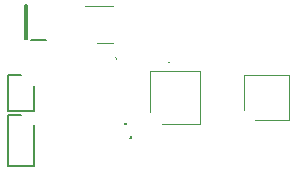
<source format=gto>
G04 #@! TF.GenerationSoftware,KiCad,Pcbnew,(6.0.7)*
G04 #@! TF.CreationDate,2022-09-12T14:42:07+03:00*
G04 #@! TF.ProjectId,MCU_M_V3,4d43555f-4d5f-4563-932e-6b696361645f,rev?*
G04 #@! TF.SameCoordinates,Original*
G04 #@! TF.FileFunction,Legend,Top*
G04 #@! TF.FilePolarity,Positive*
%FSLAX46Y46*%
G04 Gerber Fmt 4.6, Leading zero omitted, Abs format (unit mm)*
G04 Created by KiCad (PCBNEW (6.0.7)) date 2022-09-12 14:42:07*
%MOMM*%
%LPD*%
G01*
G04 APERTURE LIST*
%ADD10C,0.254000*%
%ADD11C,0.120000*%
%ADD12C,0.200000*%
%ADD13C,0.100000*%
G04 APERTURE END LIST*
D10*
G04 #@! TO.C,R11*
X180915000Y-97330000D02*
G75*
G03*
X180915000Y-97330000I-50000J0D01*
G01*
D11*
G04 #@! TO.C,U1*
X182990500Y-96344250D02*
X182990500Y-92863500D01*
X187209500Y-97336500D02*
X183982750Y-97336500D01*
X182990500Y-92863500D02*
X187209500Y-92863500D01*
X187209500Y-92863500D02*
X187209500Y-97336500D01*
G04 #@! TO.C,U2*
X190990000Y-93190000D02*
X194810000Y-93190000D01*
X194810000Y-93190000D02*
X194810000Y-97010000D01*
X190990000Y-96110000D02*
X190990000Y-93190000D01*
X194810000Y-97010000D02*
X191890000Y-97010000D01*
D12*
G04 #@! TO.C,J1*
X171000000Y-93180000D02*
X171000000Y-96220000D01*
X172100000Y-93180000D02*
X171000000Y-93180000D01*
X171000000Y-96220000D02*
X173200000Y-96220000D01*
X173200000Y-96220000D02*
X173200000Y-94065000D01*
D10*
G04 #@! TO.C,R12*
X181385000Y-98490000D02*
G75*
G03*
X181385000Y-98490000I-50000J0D01*
G01*
D13*
G04 #@! TO.C,Y11*
X184500000Y-92090000D02*
X184500000Y-92090000D01*
X184600000Y-92090000D02*
X184600000Y-92090000D01*
X184600000Y-92090000D02*
G75*
G03*
X184500000Y-92090000I-50000J0D01*
G01*
X184500000Y-92090000D02*
G75*
G03*
X184600000Y-92090000I50000J0D01*
G01*
G04 #@! TO.C,Y12*
X180100000Y-91700000D02*
X180100000Y-91700000D01*
X180100000Y-91800000D02*
X180100000Y-91800000D01*
X180100000Y-91800000D02*
G75*
G03*
X180100000Y-91700000I0J50000D01*
G01*
X180100000Y-91700000D02*
G75*
G03*
X180100000Y-91800000I0J-50000D01*
G01*
D12*
G04 #@! TO.C,Q1*
X172550000Y-90160000D02*
X172450000Y-90160000D01*
X174200000Y-90200000D02*
X172900000Y-90200000D01*
X172450000Y-90160000D02*
X172450000Y-87240000D01*
X172450000Y-87240000D02*
X172550000Y-87240000D01*
X172550000Y-87240000D02*
X172550000Y-90160000D01*
D11*
G04 #@! TO.C,D1*
X179200000Y-87340000D02*
X177525000Y-87340000D01*
X179200000Y-90460000D02*
X179850000Y-90460000D01*
X179200000Y-90460000D02*
X178550000Y-90460000D01*
X179200000Y-87340000D02*
X179850000Y-87340000D01*
D12*
G04 #@! TO.C,J2*
X171000000Y-100855000D02*
X173200000Y-100855000D01*
X173200000Y-100855000D02*
X173200000Y-97430000D01*
X171000000Y-96545000D02*
X171000000Y-100855000D01*
X172100000Y-96545000D02*
X171000000Y-96545000D01*
G04 #@! TD*
M02*

</source>
